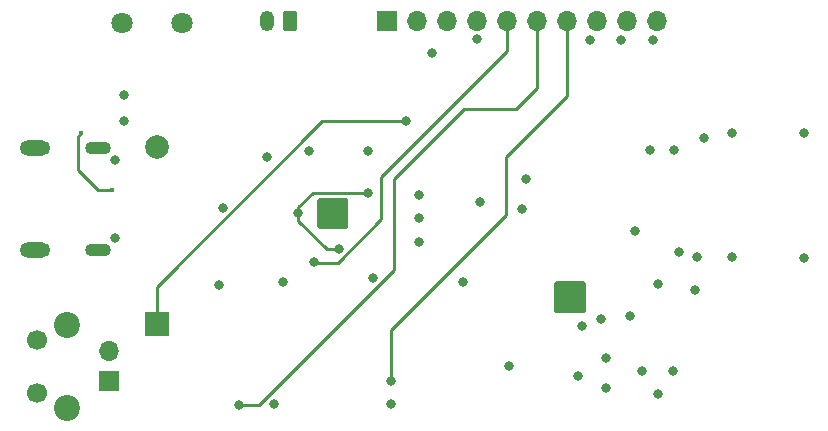
<source format=gbr>
G04 #@! TF.GenerationSoftware,KiCad,Pcbnew,(5.1.4-0-10_14)*
G04 #@! TF.CreationDate,2021-01-21T01:13:21-07:00*
G04 #@! TF.ProjectId,power-switching,706f7765-722d-4737-9769-746368696e67,rev?*
G04 #@! TF.SameCoordinates,Original*
G04 #@! TF.FileFunction,Copper,L4,Bot*
G04 #@! TF.FilePolarity,Positive*
%FSLAX46Y46*%
G04 Gerber Fmt 4.6, Leading zero omitted, Abs format (unit mm)*
G04 Created by KiCad (PCBNEW (5.1.4-0-10_14)) date 2021-01-21 01:13:21*
%MOMM*%
%LPD*%
G04 APERTURE LIST*
%ADD10C,1.803400*%
%ADD11O,1.200000X1.750000*%
%ADD12C,0.100000*%
%ADD13C,1.200000*%
%ADD14C,1.700000*%
%ADD15C,2.200000*%
%ADD16O,1.700000X1.700000*%
%ADD17R,1.700000X1.700000*%
%ADD18C,2.600000*%
%ADD19C,0.500000*%
%ADD20C,2.700000*%
%ADD21C,2.000000*%
%ADD22R,2.000000X2.000000*%
%ADD23O,2.600000X1.300000*%
%ADD24O,2.200000X1.100000*%
%ADD25C,0.800000*%
%ADD26C,0.450000*%
%ADD27C,0.250000*%
G04 APERTURE END LIST*
D10*
X109120000Y-103000000D03*
X114200000Y-103000000D03*
D11*
X121400000Y-102800000D03*
D12*
G36*
X123774505Y-101926204D02*
G01*
X123798773Y-101929804D01*
X123822572Y-101935765D01*
X123845671Y-101944030D01*
X123867850Y-101954520D01*
X123888893Y-101967132D01*
X123908599Y-101981747D01*
X123926777Y-101998223D01*
X123943253Y-102016401D01*
X123957868Y-102036107D01*
X123970480Y-102057150D01*
X123980970Y-102079329D01*
X123989235Y-102102428D01*
X123995196Y-102126227D01*
X123998796Y-102150495D01*
X124000000Y-102174999D01*
X124000000Y-103425001D01*
X123998796Y-103449505D01*
X123995196Y-103473773D01*
X123989235Y-103497572D01*
X123980970Y-103520671D01*
X123970480Y-103542850D01*
X123957868Y-103563893D01*
X123943253Y-103583599D01*
X123926777Y-103601777D01*
X123908599Y-103618253D01*
X123888893Y-103632868D01*
X123867850Y-103645480D01*
X123845671Y-103655970D01*
X123822572Y-103664235D01*
X123798773Y-103670196D01*
X123774505Y-103673796D01*
X123750001Y-103675000D01*
X123049999Y-103675000D01*
X123025495Y-103673796D01*
X123001227Y-103670196D01*
X122977428Y-103664235D01*
X122954329Y-103655970D01*
X122932150Y-103645480D01*
X122911107Y-103632868D01*
X122891401Y-103618253D01*
X122873223Y-103601777D01*
X122856747Y-103583599D01*
X122842132Y-103563893D01*
X122829520Y-103542850D01*
X122819030Y-103520671D01*
X122810765Y-103497572D01*
X122804804Y-103473773D01*
X122801204Y-103449505D01*
X122800000Y-103425001D01*
X122800000Y-102174999D01*
X122801204Y-102150495D01*
X122804804Y-102126227D01*
X122810765Y-102102428D01*
X122819030Y-102079329D01*
X122829520Y-102057150D01*
X122842132Y-102036107D01*
X122856747Y-102016401D01*
X122873223Y-101998223D01*
X122891401Y-101981747D01*
X122911107Y-101967132D01*
X122932150Y-101954520D01*
X122954329Y-101944030D01*
X122977428Y-101935765D01*
X123001227Y-101929804D01*
X123025495Y-101926204D01*
X123049999Y-101925000D01*
X123750001Y-101925000D01*
X123774505Y-101926204D01*
X123774505Y-101926204D01*
G37*
D13*
X123400000Y-102800000D03*
D14*
X102000000Y-134300000D03*
X102000000Y-129800000D03*
D15*
X104500000Y-135550000D03*
X104500000Y-128550000D03*
D16*
X154460000Y-102800000D03*
X151920000Y-102800000D03*
X149380000Y-102800000D03*
X146840000Y-102800000D03*
X144300000Y-102800000D03*
X141760000Y-102800000D03*
X139220000Y-102800000D03*
X136680000Y-102800000D03*
X134140000Y-102800000D03*
D17*
X131600000Y-102800000D03*
D12*
G36*
X128074504Y-117801204D02*
G01*
X128098773Y-117804804D01*
X128122571Y-117810765D01*
X128145671Y-117819030D01*
X128167849Y-117829520D01*
X128188893Y-117842133D01*
X128208598Y-117856747D01*
X128226777Y-117873223D01*
X128243253Y-117891402D01*
X128257867Y-117911107D01*
X128270480Y-117932151D01*
X128280970Y-117954329D01*
X128289235Y-117977429D01*
X128295196Y-118001227D01*
X128298796Y-118025496D01*
X128300000Y-118050000D01*
X128300000Y-120150000D01*
X128298796Y-120174504D01*
X128295196Y-120198773D01*
X128289235Y-120222571D01*
X128280970Y-120245671D01*
X128270480Y-120267849D01*
X128257867Y-120288893D01*
X128243253Y-120308598D01*
X128226777Y-120326777D01*
X128208598Y-120343253D01*
X128188893Y-120357867D01*
X128167849Y-120370480D01*
X128145671Y-120380970D01*
X128122571Y-120389235D01*
X128098773Y-120395196D01*
X128074504Y-120398796D01*
X128050000Y-120400000D01*
X125950000Y-120400000D01*
X125925496Y-120398796D01*
X125901227Y-120395196D01*
X125877429Y-120389235D01*
X125854329Y-120380970D01*
X125832151Y-120370480D01*
X125811107Y-120357867D01*
X125791402Y-120343253D01*
X125773223Y-120326777D01*
X125756747Y-120308598D01*
X125742133Y-120288893D01*
X125729520Y-120267849D01*
X125719030Y-120245671D01*
X125710765Y-120222571D01*
X125704804Y-120198773D01*
X125701204Y-120174504D01*
X125700000Y-120150000D01*
X125700000Y-118050000D01*
X125701204Y-118025496D01*
X125704804Y-118001227D01*
X125710765Y-117977429D01*
X125719030Y-117954329D01*
X125729520Y-117932151D01*
X125742133Y-117911107D01*
X125756747Y-117891402D01*
X125773223Y-117873223D01*
X125791402Y-117856747D01*
X125811107Y-117842133D01*
X125832151Y-117829520D01*
X125854329Y-117819030D01*
X125877429Y-117810765D01*
X125901227Y-117804804D01*
X125925496Y-117801204D01*
X125950000Y-117800000D01*
X128050000Y-117800000D01*
X128074504Y-117801204D01*
X128074504Y-117801204D01*
G37*
D18*
X127000000Y-119100000D03*
D19*
X128050000Y-118050000D03*
X128050000Y-120150000D03*
X125950000Y-118050000D03*
X125950000Y-120150000D03*
D12*
G36*
X148224503Y-124851204D02*
G01*
X148248772Y-124854804D01*
X148272570Y-124860765D01*
X148295670Y-124869030D01*
X148317849Y-124879520D01*
X148338892Y-124892133D01*
X148358598Y-124906748D01*
X148376776Y-124923224D01*
X148393252Y-124941402D01*
X148407867Y-124961108D01*
X148420480Y-124982151D01*
X148430970Y-125004330D01*
X148439235Y-125027430D01*
X148445196Y-125051228D01*
X148448796Y-125075497D01*
X148450000Y-125100001D01*
X148450000Y-127299999D01*
X148448796Y-127324503D01*
X148445196Y-127348772D01*
X148439235Y-127372570D01*
X148430970Y-127395670D01*
X148420480Y-127417849D01*
X148407867Y-127438892D01*
X148393252Y-127458598D01*
X148376776Y-127476776D01*
X148358598Y-127493252D01*
X148338892Y-127507867D01*
X148317849Y-127520480D01*
X148295670Y-127530970D01*
X148272570Y-127539235D01*
X148248772Y-127545196D01*
X148224503Y-127548796D01*
X148199999Y-127550000D01*
X146000001Y-127550000D01*
X145975497Y-127548796D01*
X145951228Y-127545196D01*
X145927430Y-127539235D01*
X145904330Y-127530970D01*
X145882151Y-127520480D01*
X145861108Y-127507867D01*
X145841402Y-127493252D01*
X145823224Y-127476776D01*
X145806748Y-127458598D01*
X145792133Y-127438892D01*
X145779520Y-127417849D01*
X145769030Y-127395670D01*
X145760765Y-127372570D01*
X145754804Y-127348772D01*
X145751204Y-127324503D01*
X145750000Y-127299999D01*
X145750000Y-125100001D01*
X145751204Y-125075497D01*
X145754804Y-125051228D01*
X145760765Y-125027430D01*
X145769030Y-125004330D01*
X145779520Y-124982151D01*
X145792133Y-124961108D01*
X145806748Y-124941402D01*
X145823224Y-124923224D01*
X145841402Y-124906748D01*
X145861108Y-124892133D01*
X145882151Y-124879520D01*
X145904330Y-124869030D01*
X145927430Y-124860765D01*
X145951228Y-124854804D01*
X145975497Y-124851204D01*
X146000001Y-124850000D01*
X148199999Y-124850000D01*
X148224503Y-124851204D01*
X148224503Y-124851204D01*
G37*
D20*
X147100000Y-126200000D03*
D19*
X146000000Y-125100000D03*
X147100000Y-125100000D03*
X148200000Y-125100000D03*
X146000000Y-126200000D03*
X147100000Y-126200000D03*
X148200000Y-126200000D03*
X146000000Y-127300000D03*
X147100000Y-127300000D03*
X148200000Y-127300000D03*
D16*
X108100000Y-130760000D03*
D17*
X108100000Y-133300000D03*
D21*
X112100000Y-113510000D03*
D22*
X112100000Y-128500000D03*
D23*
X101800000Y-122200000D03*
X101800000Y-113560000D03*
D24*
X107160000Y-122200000D03*
X107160000Y-113560000D03*
D25*
X133200000Y-111300000D03*
X134300000Y-117500000D03*
X134300000Y-119500000D03*
X134300000Y-121500000D03*
X155900000Y-113700000D03*
X151425000Y-104400000D03*
X148800000Y-104400000D03*
X154100000Y-104400000D03*
X156300000Y-122400000D03*
X157800000Y-122800000D03*
X157700000Y-125600000D03*
X154500000Y-125100000D03*
X148100000Y-128600000D03*
X149700000Y-128000000D03*
X152200000Y-127800000D03*
X130000000Y-113800000D03*
X125000000Y-113800000D03*
X109350000Y-111300000D03*
X135400000Y-105500000D03*
X139200000Y-104300000D03*
X108600000Y-114600000D03*
X108600000Y-121200000D03*
X153900000Y-113700000D03*
X152600000Y-120600000D03*
X158400000Y-112700000D03*
X160800000Y-112300000D03*
X166900000Y-112300000D03*
X166900000Y-122900000D03*
X160800000Y-122800000D03*
X117700000Y-118600000D03*
X109300000Y-109100000D03*
X130400000Y-124600000D03*
X122000000Y-135200000D03*
X131900000Y-135200000D03*
X138000000Y-124900000D03*
X141900000Y-132000000D03*
X147800000Y-132900000D03*
X150100000Y-131300000D03*
X150100000Y-133900000D03*
X153200000Y-132400000D03*
X155800000Y-132400000D03*
X154500000Y-134400000D03*
X143400000Y-116200000D03*
X143000000Y-118700000D03*
X139500000Y-118100000D03*
X122800000Y-124900000D03*
X117400000Y-125200000D03*
X121400000Y-114300000D03*
D26*
X108322122Y-117092432D03*
X105700000Y-112300000D03*
D25*
X119100000Y-135300000D03*
X127500000Y-122100000D03*
X124100000Y-119100000D03*
X129990410Y-117342154D03*
X131900000Y-133300000D03*
X125400000Y-123200000D03*
D27*
X112100000Y-128500000D02*
X112100000Y-127250000D01*
X112100000Y-127250000D02*
X112100000Y-125800000D01*
X112100000Y-125800000D02*
X112100000Y-125300000D01*
X112100000Y-125300000D02*
X126100000Y-111300000D01*
X126100000Y-111300000D02*
X133200000Y-111300000D01*
X108322122Y-117092432D02*
X107092432Y-117092432D01*
X107092432Y-117092432D02*
X105400000Y-115400000D01*
X105400000Y-112600000D02*
X105700000Y-112300000D01*
X105400000Y-115400000D02*
X105400000Y-112600000D01*
X120773002Y-135300000D02*
X132200000Y-123873002D01*
X119100000Y-135300000D02*
X120773002Y-135300000D01*
X144300000Y-102800000D02*
X144300000Y-108500000D01*
X144300000Y-108500000D02*
X142550000Y-110250000D01*
X138150000Y-110250000D02*
X132200000Y-116200000D01*
X132200000Y-123873002D02*
X132200000Y-116200000D01*
X142550000Y-110250000D02*
X138150000Y-110250000D01*
X127500000Y-122100000D02*
X126500000Y-122100000D01*
X124100000Y-119700000D02*
X124100000Y-119100000D01*
X126500000Y-122100000D02*
X124100000Y-119700000D01*
X124100000Y-118534315D02*
X124100000Y-119100000D01*
X125292161Y-117342154D02*
X124100000Y-118534315D01*
X129990410Y-117342154D02*
X125292161Y-117342154D01*
X131900000Y-133300000D02*
X131900000Y-129000000D01*
X131900000Y-129000000D02*
X141700000Y-119200000D01*
X141700000Y-119200000D02*
X141700000Y-114300000D01*
X146840000Y-109160000D02*
X146840000Y-102800000D01*
X141700000Y-114300000D02*
X146840000Y-109160000D01*
X141760000Y-102800000D02*
X141760000Y-105340000D01*
X141760000Y-105340000D02*
X131100000Y-116000000D01*
X127410502Y-123262500D02*
X125562500Y-123262500D01*
X131100000Y-119573002D02*
X127410502Y-123262500D01*
X131100000Y-116000000D02*
X131100000Y-119573002D01*
M02*

</source>
